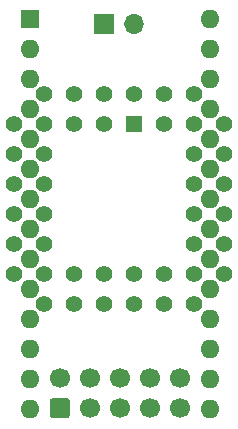
<source format=gts>
G04 #@! TF.GenerationSoftware,KiCad,Pcbnew,(5.1.10)-1*
G04 #@! TF.CreationDate,2021-09-02T14:01:04+02:00*
G04 #@! TF.ProjectId,ezPLA,657a504c-412e-46b6-9963-61645f706362,rev?*
G04 #@! TF.SameCoordinates,Original*
G04 #@! TF.FileFunction,Soldermask,Top*
G04 #@! TF.FilePolarity,Negative*
%FSLAX46Y46*%
G04 Gerber Fmt 4.6, Leading zero omitted, Abs format (unit mm)*
G04 Created by KiCad (PCBNEW (5.1.10)-1) date 2021-09-02 14:01:04*
%MOMM*%
%LPD*%
G01*
G04 APERTURE LIST*
%ADD10C,1.700000*%
%ADD11O,1.600000X1.600000*%
%ADD12R,1.600000X1.600000*%
%ADD13O,1.700000X1.700000*%
%ADD14R,1.700000X1.700000*%
%ADD15C,1.422400*%
%ADD16R,1.422400X1.422400*%
G04 APERTURE END LIST*
G36*
G01*
X143310000Y-136390000D02*
X142110000Y-136390000D01*
G75*
G02*
X141860000Y-136140000I0J250000D01*
G01*
X141860000Y-134940000D01*
G75*
G02*
X142110000Y-134690000I250000J0D01*
G01*
X143310000Y-134690000D01*
G75*
G02*
X143560000Y-134940000I0J-250000D01*
G01*
X143560000Y-136140000D01*
G75*
G02*
X143310000Y-136390000I-250000J0D01*
G01*
G37*
D10*
X145250000Y-135540000D03*
X147790000Y-135540000D03*
X150330000Y-135540000D03*
X152870000Y-135540000D03*
X142710000Y-133000000D03*
X145250000Y-133000000D03*
X147790000Y-133000000D03*
X150330000Y-133000000D03*
X152870000Y-133000000D03*
D11*
X155467600Y-102617000D03*
X140227600Y-135637000D03*
X155467600Y-105157000D03*
X140227600Y-133097000D03*
X155467600Y-107697000D03*
X140227600Y-130557000D03*
X155467600Y-110237000D03*
X140227600Y-128017000D03*
X155467600Y-112777000D03*
X140227600Y-125477000D03*
X155467600Y-115317000D03*
X140227600Y-122937000D03*
X155467600Y-117857000D03*
X140227600Y-120397000D03*
X155467600Y-120397000D03*
X140227600Y-117857000D03*
X155467600Y-122937000D03*
X140227600Y-115317000D03*
X155467600Y-125477000D03*
X140227600Y-112777000D03*
X155467600Y-128017000D03*
X140227600Y-110237000D03*
X155467600Y-130557000D03*
X140227600Y-107697000D03*
X155467600Y-133097000D03*
X140227600Y-105157000D03*
X155467600Y-135637000D03*
D12*
X140227600Y-102617000D03*
D13*
X149000000Y-103000000D03*
D14*
X146460000Y-103000000D03*
D15*
X156620000Y-111500000D03*
X156620000Y-114040000D03*
X156620000Y-116580000D03*
X156620000Y-119120000D03*
X156620000Y-121660000D03*
X154080000Y-108960000D03*
X154080000Y-114040000D03*
X154080000Y-116580000D03*
X154080000Y-119120000D03*
X154080000Y-121660000D03*
X154080000Y-124200000D03*
X154080000Y-126740000D03*
X151540000Y-126740000D03*
X149000000Y-126740000D03*
X146460000Y-126740000D03*
X143920000Y-126740000D03*
X141380000Y-126740000D03*
X156620000Y-124200000D03*
X151540000Y-124200000D03*
X149000000Y-124200000D03*
X146460000Y-124200000D03*
X143920000Y-124200000D03*
X141380000Y-124200000D03*
X138840000Y-124200000D03*
X138840000Y-121660000D03*
X138840000Y-119120000D03*
X138840000Y-116580000D03*
X138840000Y-114040000D03*
X138840000Y-111500000D03*
X141380000Y-121660000D03*
X141380000Y-119120000D03*
X141380000Y-116580000D03*
X141380000Y-114040000D03*
X141380000Y-111500000D03*
X151540000Y-108960000D03*
X149000000Y-108960000D03*
X141380000Y-108960000D03*
X143920000Y-108960000D03*
X146460000Y-108960000D03*
X154080000Y-111500000D03*
X151540000Y-111500000D03*
X143920000Y-111500000D03*
X146460000Y-111500000D03*
D16*
X149000000Y-111500000D03*
M02*

</source>
